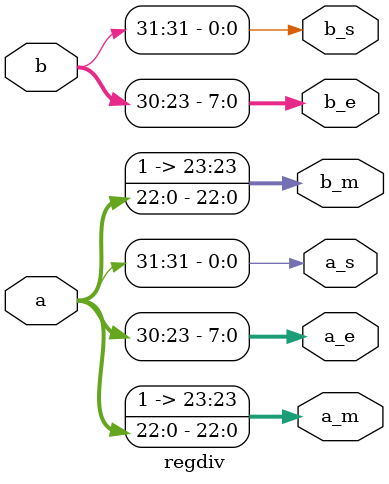
<source format=v>
`timescale 1ns / 1ps
module regdiv(
    input [31:0] a,
    input [31:0] b,
    output reg [23:0] a_m,
    output reg [7:0] a_e,
    output reg a_s,
    output reg [23:0] b_m,
    output reg [7:0] b_e,
    output reg b_s
    );

always @(a,b) begin
a_m={1'b1,a[22:0]};
a_e=a[30:23];
a_s=a[31];
b_m={1'b1,a[22:0]};
b_e=b[30:23];
b_s=b[31];
end

endmodule

</source>
